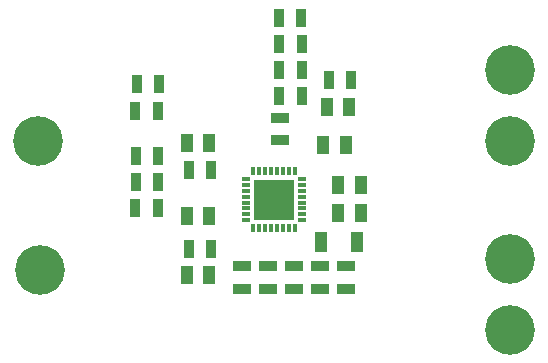
<source format=gbs>
G04*
G04 #@! TF.GenerationSoftware,Altium Limited,Altium Designer,21.9.2 (33)*
G04*
G04 Layer_Color=16711935*
%FSLAX44Y44*%
%MOMM*%
G71*
G04*
G04 #@! TF.SameCoordinates,E4C3A579-B693-4A56-8CB7-AE82ACC2EB58*
G04*
G04*
G04 #@! TF.FilePolarity,Negative*
G04*
G01*
G75*
%ADD20C,4.2032*%
%ADD39R,3.4016X3.4016*%
%ADD40R,0.7016X0.3316*%
%ADD41R,0.3316X0.7016*%
%ADD42R,1.5032X0.9032*%
%ADD43R,1.1032X1.8032*%
%ADD44R,1.1032X1.5032*%
%ADD45R,0.9032X1.5032*%
D20*
X450000Y140000D02*
D03*
X50000Y300000D02*
D03*
X52000Y190000D02*
D03*
X450000Y300000D02*
D03*
Y360000D02*
D03*
Y200000D02*
D03*
D39*
X250000Y250000D02*
D03*
D40*
X274000Y267500D02*
D03*
X226000D02*
D03*
Y262500D02*
D03*
Y257500D02*
D03*
Y252500D02*
D03*
Y247500D02*
D03*
Y242500D02*
D03*
Y237500D02*
D03*
Y232500D02*
D03*
X274000D02*
D03*
Y237500D02*
D03*
Y242500D02*
D03*
Y247500D02*
D03*
Y252500D02*
D03*
Y257500D02*
D03*
Y262500D02*
D03*
D41*
X267500Y274000D02*
D03*
X262500D02*
D03*
X257500D02*
D03*
X252500D02*
D03*
X247500D02*
D03*
X242500D02*
D03*
X237500D02*
D03*
X232500D02*
D03*
Y226000D02*
D03*
X237500D02*
D03*
X242500D02*
D03*
X247500D02*
D03*
X252500D02*
D03*
X257500D02*
D03*
X262500D02*
D03*
X267500D02*
D03*
D42*
X223000Y174500D02*
D03*
Y193500D02*
D03*
X245000Y193500D02*
D03*
Y174500D02*
D03*
X267000D02*
D03*
Y193500D02*
D03*
X289000D02*
D03*
Y174500D02*
D03*
X311000Y174500D02*
D03*
Y193500D02*
D03*
X255000Y319500D02*
D03*
Y300500D02*
D03*
D43*
X320500Y214000D02*
D03*
X289500D02*
D03*
D44*
X304500Y239000D02*
D03*
X323500D02*
D03*
X323500Y262000D02*
D03*
X304500D02*
D03*
X310500Y296000D02*
D03*
X291500D02*
D03*
X294500Y328000D02*
D03*
X313500D02*
D03*
X195000Y186000D02*
D03*
X176000D02*
D03*
X176000Y236000D02*
D03*
X195000D02*
D03*
X176000Y298000D02*
D03*
X195000D02*
D03*
D45*
X296500Y351000D02*
D03*
X315500D02*
D03*
X254000Y404000D02*
D03*
X273000D02*
D03*
X273500Y382000D02*
D03*
X254500D02*
D03*
X273500Y360000D02*
D03*
X254500D02*
D03*
X273500Y338000D02*
D03*
X254500D02*
D03*
X196778Y208000D02*
D03*
X177778D02*
D03*
X196524Y275000D02*
D03*
X177524D02*
D03*
X132500Y243000D02*
D03*
X151500D02*
D03*
X151754Y265000D02*
D03*
X132754D02*
D03*
X132754Y287000D02*
D03*
X151754D02*
D03*
X132500Y325000D02*
D03*
X151500D02*
D03*
X152500Y348000D02*
D03*
X133500D02*
D03*
M02*

</source>
